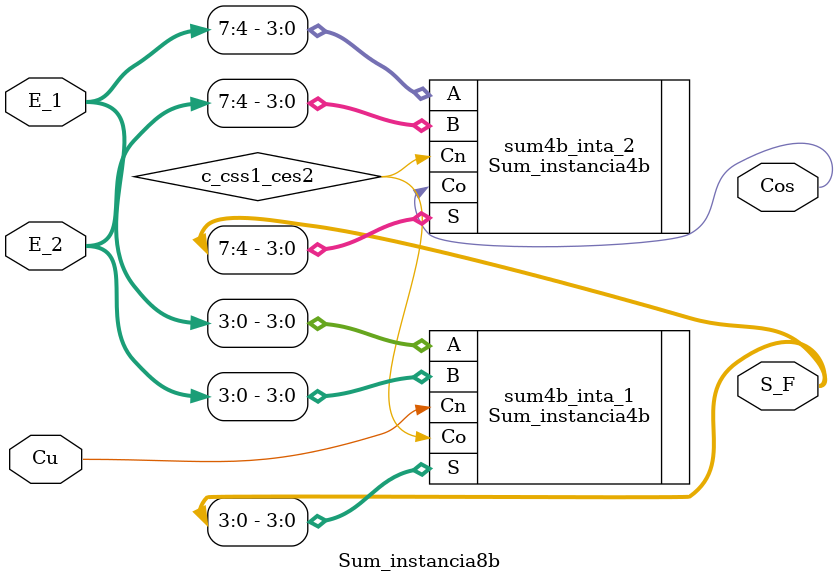
<source format=v>
`timescale 1ps/1ps

module Sum_instancia8b
(
	input [7:0]E_1,
	input [7:0]E_2,
	input Cu,//carri de entrada general
	output [7:0]S_F,
	output Cos
);
wire c_css1_ces2;//
Sum_instancia4b sum4b_inta_1(
.A(E_1[3:0]),
.B(E_2[3:0]),
.Cn(Cu),
.S(S_F[3:0]),
.Co(c_css1_ces2)
);
Sum_instancia4b sum4b_inta_2(
.A(E_1[7:4]),
.B(E_2[7:4]),
.Cn(c_css1_ces2),
.S(S_F[7:4]),
.Co(Cos)
);
endmodule 
</source>
